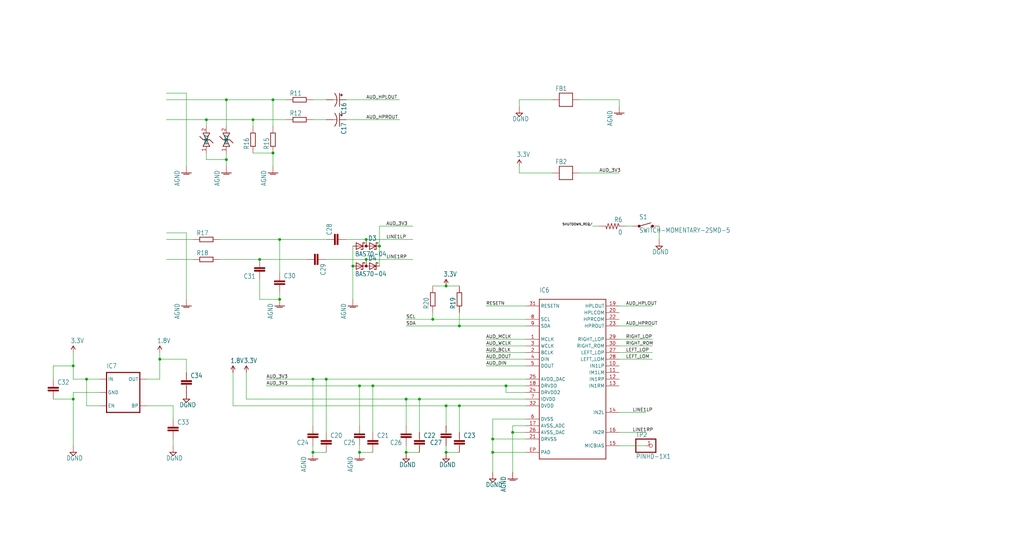
<source format=kicad_sch>
(kicad_sch (version 20211123) (generator eeschema)
  (paper "User" 390.652 210.007)
  (lib_symbols
    (symbol "bela_cape-eagle-import:1.8V" (power)
      (property "Value" "1.8V" (at -1.016 3.556 0))
      (symbol "1.8V_1_0"
        (polyline (pts (xy 0 2.54) (xy -0.762 1.27)) (stroke (width 0.254)))
        (polyline (pts (xy 0.762 1.27) (xy 0 2.54)) (stroke (width 0.254)))
        (pin power_in line (at 0 0 90) (length 2.54) (name "1.8V") (number "1"))
      )
    )
    (symbol "bela_cape-eagle-import:3.3V" (power)
      (property "Value" "3.3V" (at -1.016 3.556 0))
      (symbol "3.3V_1_0"
        (polyline (pts (xy 0 2.54) (xy -0.762 1.27)) (stroke (width 0.254)))
        (polyline (pts (xy 0.762 1.27) (xy 0 2.54)) (stroke (width 0.254)))
        (pin power_in line (at 0 0 90) (length 2.54) (name "3.3V") (number "1"))
      )
    )
    (symbol "bela_cape-eagle-import:AGND" (power)
      (property "Value" "AGND" (at -2.54 -5.08 90))
      (symbol "AGND_1_0"
        (polyline (pts (xy -1.905 0) (xy 1.905 0)) (stroke (width 0.254)))
        (polyline (pts (xy -1.0922 -0.508) (xy 1.0922 -0.508)) (stroke (width 0.254)))
        (pin power_in line (at 0 2.54 270) (length 2.54) (name "AGND") (number "1"))
      )
    )
    (symbol "bela_cape-eagle-import:BAS70-04"
      (property "Reference" "D" (at 0.762 2.0066 0))
      (property "Value" "BAS70-04" (at -4.318 -3.9624 0))
      (symbol "BAS70-04_1_0"
        (polyline (pts (xy -3.81 -1.27) (xy -1.27 0)) (stroke (width 0.254)))
        (polyline (pts (xy -3.81 1.27) (xy -3.81 -1.27)) (stroke (width 0.254)))
        (polyline (pts (xy -2.54 0) (xy -1.27 0)) (stroke (width 0.1524)))
        (polyline (pts (xy -1.905 -1.016) (xy -1.905 -1.27)) (stroke (width 0.254)))
        (polyline (pts (xy -1.27 -1.27) (xy -1.905 -1.27)) (stroke (width 0.254)))
        (polyline (pts (xy -1.27 0) (xy -3.81 1.27)) (stroke (width 0.254)))
        (polyline (pts (xy -1.27 0) (xy -1.27 -1.27)) (stroke (width 0.254)))
        (polyline (pts (xy -1.27 0) (xy 3.81 0)) (stroke (width 0.1524)))
        (polyline (pts (xy -1.27 1.27) (xy -1.27 0)) (stroke (width 0.254)))
        (polyline (pts (xy -0.635 1.016) (xy -0.635 1.27)) (stroke (width 0.254)))
        (polyline (pts (xy -0.635 1.27) (xy -1.27 1.27)) (stroke (width 0.254)))
        (polyline (pts (xy 1.27 -1.27) (xy 1.27 1.27)) (stroke (width 0.254)))
        (polyline (pts (xy 1.27 1.27) (xy 3.81 0)) (stroke (width 0.254)))
        (polyline (pts (xy 2.54 0) (xy 3.81 0)) (stroke (width 0.1524)))
        (polyline (pts (xy 3.175 -1.27) (xy 3.81 -1.27)) (stroke (width 0.254)))
        (polyline (pts (xy 3.175 -1.016) (xy 3.175 -1.27)) (stroke (width 0.254)))
        (polyline (pts (xy 3.81 -1.27) (xy 3.81 0)) (stroke (width 0.254)))
        (polyline (pts (xy 3.81 0) (xy 1.27 -1.27)) (stroke (width 0.254)))
        (polyline (pts (xy 3.81 0) (xy 3.81 1.27)) (stroke (width 0.254)))
        (polyline (pts (xy 3.81 1.27) (xy 4.445 1.27)) (stroke (width 0.254)))
        (polyline (pts (xy 4.445 1.016) (xy 4.445 1.27)) (stroke (width 0.254)))
        (circle (center 0 0) (radius 0.127) (stroke (width 0.4064)))
        (pin passive line (at -5.08 0 0) (length 2.54) (name "A1") (number "1"))
        (pin passive line (at 5.08 0 180) (length 2.54) (name "C2") (number "2"))
        (pin passive line (at 0 2.54 270) (length 2.54) (name "C1A2") (number "3"))
      )
    )
    (symbol "bela_cape-eagle-import:C-EUC0603"
      (property "Reference" "C" (at 1.524 0.381 0))
      (property "Value" "C-EUC0603" (at 1.524 -4.699 0))
      (symbol "C-EUC0603_1_0"
        (rectangle (start -2.032 -2.032) (end 2.032 -1.524) (fill (type outline)))
        (rectangle (start -2.032 -1.016) (end 2.032 -0.508) (fill (type outline)))
        (polyline (pts (xy 0 -2.54) (xy 0 -2.032)) (stroke (width 0.1524)))
        (polyline (pts (xy 0 0) (xy 0 -0.508)) (stroke (width 0.1524)))
        (pin passive line (at 0 2.54 270) (length 2.54) (name "1") (number "1"))
        (pin passive line (at 0 -5.08 90) (length 2.54) (name "2") (number "2"))
      )
    )
    (symbol "bela_cape-eagle-import:CAP0603-CAP"
      (property "Reference" "C" (at 1.524 2.921 0))
      (property "Value" "CAP0603-CAP" (at 1.524 -2.159 0))
      (symbol "CAP0603-CAP_1_0"
        (rectangle (start -2.032 0.508) (end 2.032 1.016) (fill (type outline)))
        (rectangle (start -2.032 1.524) (end 2.032 2.032) (fill (type outline)))
        (polyline (pts (xy 0 0) (xy 0 0.508)) (stroke (width 0.1524)))
        (polyline (pts (xy 0 2.54) (xy 0 2.032)) (stroke (width 0.1524)))
        (pin passive line (at 0 5.08 270) (length 2.54) (name "1") (number "1"))
        (pin passive line (at 0 -2.54 90) (length 2.54) (name "2") (number "2"))
      )
    )
    (symbol "bela_cape-eagle-import:CAP_POL1206"
      (property "Reference" "C" (at 1.016 0.635 0))
      (property "Value" "CAP_POL1206" (at 1.016 -4.191 0))
      (symbol "CAP_POL1206_1_0"
        (rectangle (start -2.253 0.668) (end -1.364 0.795) (fill (type outline)))
        (rectangle (start -1.872 0.287) (end -1.745 1.176) (fill (type outline)))
        (arc (start 0 -1.0161) (mid -1.3021 -1.2302) (end -2.4669 -1.8504) (stroke (width 0.254)))
        (polyline (pts (xy -2.54 0) (xy 2.54 0)) (stroke (width 0.254)))
        (polyline (pts (xy 0 -1.016) (xy 0 -2.54)) (stroke (width 0.1524)))
        (arc (start 2.4892 -1.8542) (mid 1.3158 -1.2195) (end 0 -1) (stroke (width 0.254)))
        (pin passive line (at 0 2.54 270) (length 2.54) (name "+") (number "A"))
        (pin passive line (at 0 -5.08 90) (length 2.54) (name "-") (number "C"))
      )
    )
    (symbol "bela_cape-eagle-import:DGND" (power)
      (property "Value" "DGND" (at -2.667 -3.175 0))
      (symbol "DGND_1_0"
        (polyline (pts (xy -1.27 0) (xy 1.27 0)) (stroke (width 0.254)))
        (polyline (pts (xy 0 -1.27) (xy -1.27 0)) (stroke (width 0.254)))
        (polyline (pts (xy 1.27 0) (xy 0 -1.27)) (stroke (width 0.254)))
        (pin power_in line (at 0 2.54 270) (length 2.54) (name "DGND") (number "1"))
      )
    )
    (symbol "bela_cape-eagle-import:FB"
      (property "Value" "FB" (at -4.572 -5.08 0))
      (symbol "FB_1_0"
        (polyline (pts (xy -2.54 -2.54) (xy 2.54 -2.54)) (stroke (width 0.254)))
        (polyline (pts (xy -2.54 2.54) (xy -2.54 -2.54)) (stroke (width 0.254)))
        (polyline (pts (xy 2.54 -2.54) (xy 2.54 2.54)) (stroke (width 0.254)))
        (polyline (pts (xy 2.54 2.54) (xy -2.54 2.54)) (stroke (width 0.254)))
        (pin bidirectional line (at 5.08 0 180) (length 2.54) (name "P$1") (number "1"))
        (pin bidirectional line (at -5.08 0 0) (length 2.54) (name "P$2") (number "2"))
      )
    )
    (symbol "bela_cape-eagle-import:PGB0010603MR"
      (symbol "PGB0010603MR_1_0"
        (polyline (pts (xy -2.54 -1.27) (xy -2.54 1.27)) (stroke (width 0.254)))
        (polyline (pts (xy -2.54 1.27) (xy 2.54 -1.27)) (stroke (width 0.254)))
        (polyline (pts (xy 0 -1.27) (xy -1.27 -2.54)) (stroke (width 0.254)))
        (polyline (pts (xy 0 1.27) (xy 0 -1.27)) (stroke (width 0.254)))
        (polyline (pts (xy 1.27 2.54) (xy 0 1.27)) (stroke (width 0.254)))
        (polyline (pts (xy 2.54 -1.27) (xy 2.54 1.27)) (stroke (width 0.254)))
        (polyline (pts (xy 2.54 1.27) (xy -2.54 -1.27)) (stroke (width 0.254)))
        (pin bidirectional line (at -5.08 0 0) (length 2.54) (name "P$1") (number "1"))
        (pin bidirectional line (at 5.08 0 180) (length 2.54) (name "P$2") (number "2"))
      )
    )
    (symbol "bela_cape-eagle-import:PINHD-1X1"
      (property "Reference" "JP" (at -6.35 3.175 0))
      (property "Value" "PINHD-1X1" (at -6.35 -5.08 0))
      (symbol "PINHD-1X1_1_0"
        (polyline (pts (xy -6.35 -2.54) (xy 1.27 -2.54)) (stroke (width 0.4064)))
        (polyline (pts (xy -6.35 2.54) (xy -6.35 -2.54)) (stroke (width 0.4064)))
        (polyline (pts (xy 1.27 -2.54) (xy 1.27 2.54)) (stroke (width 0.4064)))
        (polyline (pts (xy 1.27 2.54) (xy -6.35 2.54)) (stroke (width 0.4064)))
        (pin passive inverted (at -2.54 0 0) (length 2.54) (name "1") (number "1"))
      )
    )
    (symbol "bela_cape-eagle-import:R-EU_R0603"
      (property "Reference" "R" (at -3.81 1.4986 0))
      (property "Value" "R-EU_R0603" (at -3.81 -3.302 0))
      (symbol "R-EU_R0603_1_0"
        (polyline (pts (xy -2.54 -0.889) (xy -2.54 0.889)) (stroke (width 0.254)))
        (polyline (pts (xy -2.54 -0.889) (xy 2.54 -0.889)) (stroke (width 0.254)))
        (polyline (pts (xy 2.54 -0.889) (xy 2.54 0.889)) (stroke (width 0.254)))
        (polyline (pts (xy 2.54 0.889) (xy -2.54 0.889)) (stroke (width 0.254)))
        (pin passive line (at -5.08 0 0) (length 2.54) (name "1") (number "1"))
        (pin passive line (at 5.08 0 180) (length 2.54) (name "2") (number "2"))
      )
    )
    (symbol "bela_cape-eagle-import:R-US_R0603"
      (property "Reference" "R" (at -3.81 1.4986 0))
      (property "Value" "R-US_R0603" (at -3.81 -3.302 0))
      (symbol "R-US_R0603_1_0"
        (polyline (pts (xy -2.54 0) (xy -2.159 1.016)) (stroke (width 0.2032)))
        (polyline (pts (xy -2.159 1.016) (xy -1.524 -1.016)) (stroke (width 0.2032)))
        (polyline (pts (xy -1.524 -1.016) (xy -0.889 1.016)) (stroke (width 0.2032)))
        (polyline (pts (xy -0.889 1.016) (xy -0.254 -1.016)) (stroke (width 0.2032)))
        (polyline (pts (xy -0.254 -1.016) (xy 0.381 1.016)) (stroke (width 0.2032)))
        (polyline (pts (xy 0.381 1.016) (xy 1.016 -1.016)) (stroke (width 0.2032)))
        (polyline (pts (xy 1.016 -1.016) (xy 1.651 1.016)) (stroke (width 0.2032)))
        (polyline (pts (xy 1.651 1.016) (xy 2.286 -1.016)) (stroke (width 0.2032)))
        (polyline (pts (xy 2.286 -1.016) (xy 2.54 0)) (stroke (width 0.2032)))
        (pin passive line (at -5.08 0 0) (length 2.54) (name "1") (number "1"))
        (pin passive line (at 5.08 0 180) (length 2.54) (name "2") (number "2"))
      )
    )
    (symbol "bela_cape-eagle-import:SWITCH-MOMENTARY-2SMD-5"
      (property "Reference" "S" (at -2.54 2.54 0))
      (property "Value" "SWITCH-MOMENTARY-2SMD-5" (at -2.54 -2.54 0))
      (symbol "SWITCH-MOMENTARY-2SMD-5_1_0"
        (circle (center -2.54 0) (radius 0.127) (stroke (width 0.4064)))
        (polyline (pts (xy -2.54 0) (xy 1.905 1.27)) (stroke (width 0.254)))
        (polyline (pts (xy 1.905 0) (xy 2.54 0)) (stroke (width 0.254)))
        (circle (center 2.54 0) (radius 0.127) (stroke (width 0.4064)))
        (pin passive line (at -5.08 0 0) (length 2.54) (name "1") (number "1"))
        (pin passive line (at 5.08 0 180) (length 2.54) (name "2") (number "4"))
      )
    )
    (symbol "bela_cape-eagle-import:TLV320AIC3104"
      (property "Value" "TLV320AIC3104" (at -12.7 -33.02 0))
      (symbol "TLV320AIC3104_1_0"
        (polyline (pts (xy -12.7 -30.48) (xy 12.7 -30.48)) (stroke (width 0.254)))
        (polyline (pts (xy -12.7 30.48) (xy -12.7 -30.48)) (stroke (width 0.254)))
        (polyline (pts (xy 12.7 -30.48) (xy 12.7 30.48)) (stroke (width 0.254)))
        (polyline (pts (xy 12.7 30.48) (xy -12.7 30.48)) (stroke (width 0.254)))
        (pin bidirectional line (at -17.78 15.24 0) (length 5.08) (name "MCLK") (number "1"))
        (pin bidirectional line (at 17.78 5.08 180) (length 5.08) (name "IN1LP") (number "10"))
        (pin bidirectional line (at 17.78 2.54 180) (length 5.08) (name "IM1LM") (number "11"))
        (pin bidirectional line (at 17.78 0 180) (length 5.08) (name "IN1RP") (number "12"))
        (pin bidirectional line (at 17.78 -2.54 180) (length 5.08) (name "IN1RM") (number "13"))
        (pin bidirectional line (at 17.78 -12.7 180) (length 5.08) (name "IN2L") (number "14"))
        (pin bidirectional line (at 17.78 -25.4 180) (length 5.08) (name "MICBIAS") (number "15"))
        (pin bidirectional line (at 17.78 -20.32 180) (length 5.08) (name "IN2R") (number "16"))
        (pin bidirectional line (at -17.78 -17.78 0) (length 5.08) (name "AVSS_ADC") (number "17"))
        (pin bidirectional line (at -17.78 -2.54 0) (length 5.08) (name "DRVDD") (number "18"))
        (pin bidirectional line (at 17.78 27.94 180) (length 5.08) (name "HPLOUT") (number "19"))
        (pin bidirectional line (at -17.78 10.16 0) (length 5.08) (name "BCLK") (number "2"))
        (pin bidirectional line (at 17.78 25.4 180) (length 5.08) (name "HPLCOM") (number "20"))
        (pin bidirectional line (at -17.78 -22.86 0) (length 5.08) (name "DRVSS") (number "21"))
        (pin bidirectional line (at 17.78 22.86 180) (length 5.08) (name "HPRCOM") (number "22"))
        (pin bidirectional line (at 17.78 20.32 180) (length 5.08) (name "HPROUT") (number "23"))
        (pin bidirectional line (at -17.78 -5.08 0) (length 5.08) (name "DRVDD2") (number "24"))
        (pin bidirectional line (at -17.78 0 0) (length 5.08) (name "AVDD_DAC") (number "25"))
        (pin bidirectional line (at -17.78 -20.32 0) (length 5.08) (name "AVSS_DAC") (number "26"))
        (pin bidirectional line (at 17.78 10.16 180) (length 5.08) (name "LEFT_LOP") (number "27"))
        (pin bidirectional line (at 17.78 7.62 180) (length 5.08) (name "LEFT_LOM") (number "28"))
        (pin bidirectional line (at 17.78 15.24 180) (length 5.08) (name "RIGHT_LOP") (number "29"))
        (pin bidirectional line (at -17.78 12.7 0) (length 5.08) (name "WCLK") (number "3"))
        (pin bidirectional line (at 17.78 12.7 180) (length 5.08) (name "RIGHT_ROM") (number "30"))
        (pin bidirectional line (at -17.78 27.94 0) (length 5.08) (name "RESETN") (number "31"))
        (pin bidirectional line (at -17.78 -10.16 0) (length 5.08) (name "DVDD") (number "32"))
        (pin bidirectional line (at -17.78 7.62 0) (length 5.08) (name "DIN") (number "4"))
        (pin bidirectional line (at -17.78 5.08 0) (length 5.08) (name "DOUT") (number "5"))
        (pin bidirectional line (at -17.78 -15.24 0) (length 5.08) (name "DVSS") (number "6"))
        (pin bidirectional line (at -17.78 -7.62 0) (length 5.08) (name "IOVDD") (number "7"))
        (pin bidirectional line (at -17.78 22.86 0) (length 5.08) (name "SCL") (number "8"))
        (pin bidirectional line (at -17.78 20.32 0) (length 5.08) (name "SDA") (number "9"))
        (pin bidirectional line (at -17.78 -27.94 0) (length 5.08) (name "PAD") (number "EP"))
      )
    )
    (symbol "bela_cape-eagle-import:V_REG_LDOSMD"
      (property "Reference" "U" (at -7.62 9.144 0))
      (property "Value" "V_REG_LDOSMD" (at -7.62 -11.43 0))
      (symbol "V_REG_LDOSMD_1_0"
        (polyline (pts (xy -7.62 -7.62) (xy 5.08 -7.62)) (stroke (width 0.4064)))
        (polyline (pts (xy -7.62 7.62) (xy -7.62 -7.62)) (stroke (width 0.4064)))
        (polyline (pts (xy 5.08 -7.62) (xy 5.08 7.62)) (stroke (width 0.4064)))
        (polyline (pts (xy 5.08 7.62) (xy -7.62 7.62)) (stroke (width 0.4064)))
        (pin input line (at -10.16 5.08 0) (length 2.54) (name "IN") (number "1"))
        (pin input line (at -10.16 0 0) (length 2.54) (name "GND") (number "2"))
        (pin input line (at -10.16 -5.08 0) (length 2.54) (name "EN") (number "3"))
        (pin input line (at 7.62 -5.08 180) (length 2.54) (name "BP") (number "4"))
        (pin passive line (at 7.62 5.08 180) (length 2.54) (name "OUT") (number "5"))
      )
    )
  )
  (junction (at 175.26 154.94))
  (junction (at 124.46 144.78))
  (junction (at 137.16 147.32))
  (junction (at 99.06 99.06))
  (junction (at 106.68 91.44))
  (junction (at 134.62 101.6))
  (junction (at 154.94 172.72))
  (junction (at 195.58 165.1))
  (junction (at 106.68 114.3))
  (junction (at 86.36 38.1))
  (junction (at 27.94 139.7))
  (junction (at 119.38 144.78))
  (junction (at 60.96 137.16))
  (junction (at 142.24 147.32))
  (junction (at 175.26 124.46))
  (junction (at 170.18 172.72))
  (junction (at 139.7 91.44))
  (junction (at 165.1 121.92))
  (junction (at 104.14 58.42))
  (junction (at 139.7 99.06))
  (junction (at 27.94 152.4))
  (junction (at 170.18 154.94))
  (junction (at 119.38 172.72))
  (junction (at 160.02 152.4))
  (junction (at 193.04 147.32))
  (junction (at 33.02 144.78))
  (junction (at 78.74 45.72))
  (junction (at 144.78 93.98))
  (junction (at 137.16 172.72))
  (junction (at 154.94 152.4))
  (junction (at 104.14 38.1))
  (junction (at 187.96 172.72))
  (junction (at 86.36 60.96))
  (junction (at 170.18 109.22))
  (junction (at 96.52 45.72))
  (junction (at 187.96 167.64))
  (wire (pts (xy 160.02 152.4) (xy 160.02 165.1)))
  (wire (pts (xy 193.04 147.32) (xy 142.24 147.32)))
  (wire (pts (xy 38.1 149.86) (xy 27.94 149.86)))
  (wire (pts (xy 20.32 152.4) (xy 27.94 152.4)))
  (wire (pts (xy 200.66 129.54) (xy 185.42 129.54)))
  (wire (pts (xy 175.26 154.94) (xy 170.18 154.94)))
  (wire (pts (xy 198.12 63.5) (xy 198.12 66.04)))
  (wire (pts (xy 137.16 147.32) (xy 101.6 147.32)))
  (wire (pts (xy 200.66 172.72) (xy 187.96 172.72)))
  (wire (pts (xy 236.22 116.84) (xy 248.92 116.84)))
  (wire (pts (xy 63.5 38.1) (xy 86.36 38.1)))
  (wire (pts (xy 193.04 149.86) (xy 193.04 147.32)))
  (wire (pts (xy 175.26 124.46) (xy 154.94 124.46)))
  (wire (pts (xy 198.12 40.64) (xy 198.12 38.1)))
  (wire (pts (xy 200.66 139.7) (xy 185.42 139.7)))
  (wire (pts (xy 187.96 167.64) (xy 187.96 172.72)))
  (wire (pts (xy 154.94 172.72) (xy 160.02 172.72)))
  (wire (pts (xy 236.22 137.16) (xy 248.92 137.16)))
  (wire (pts (xy 119.38 38.1) (xy 124.46 38.1)))
  (wire (pts (xy 33.02 154.94) (xy 33.02 144.78)))
  (wire (pts (xy 66.04 167.64) (xy 66.04 170.18)))
  (wire (pts (xy 187.96 167.64) (xy 200.66 167.64)))
  (wire (pts (xy 200.66 165.1) (xy 195.58 165.1)))
  (wire (pts (xy 170.18 109.22) (xy 175.26 109.22)))
  (wire (pts (xy 104.14 38.1) (xy 109.22 38.1)))
  (wire (pts (xy 134.62 93.98) (xy 134.62 101.6)))
  (wire (pts (xy 220.98 66.04) (xy 236.22 66.04)))
  (wire (pts (xy 99.06 114.3) (xy 106.68 114.3)))
  (wire (pts (xy 86.36 48.26) (xy 86.36 38.1)))
  (wire (pts (xy 236.22 134.62) (xy 248.92 134.62)))
  (wire (pts (xy 106.68 104.14) (xy 106.68 91.44)))
  (wire (pts (xy 139.7 91.44) (xy 157.48 91.44)))
  (wire (pts (xy 27.94 139.7) (xy 27.94 144.78)))
  (wire (pts (xy 200.66 162.56) (xy 195.58 162.56)))
  (wire (pts (xy 106.68 91.44) (xy 124.46 91.44)))
  (wire (pts (xy 132.08 91.44) (xy 139.7 91.44)))
  (wire (pts (xy 66.04 154.94) (xy 66.04 160.02)))
  (wire (pts (xy 220.98 38.1) (xy 236.22 38.1)))
  (wire (pts (xy 86.36 60.96) (xy 86.36 63.5)))
  (wire (pts (xy 119.38 162.56) (xy 119.38 144.78)))
  (wire (pts (xy 63.5 88.9) (xy 71.12 88.9)))
  (wire (pts (xy 86.36 60.96) (xy 86.36 58.42)))
  (wire (pts (xy 88.9 154.94) (xy 88.9 142.24)))
  (wire (pts (xy 154.94 162.56) (xy 154.94 152.4)))
  (wire (pts (xy 198.12 66.04) (xy 210.82 66.04)))
  (wire (pts (xy 144.78 101.6) (xy 144.78 93.98)))
  (wire (pts (xy 154.94 152.4) (xy 93.98 152.4)))
  (wire (pts (xy 78.74 48.26) (xy 78.74 45.72)))
  (wire (pts (xy 27.94 144.78) (xy 33.02 144.78)))
  (wire (pts (xy 236.22 132.08) (xy 248.92 132.08)))
  (wire (pts (xy 93.98 142.24) (xy 93.98 152.4)))
  (wire (pts (xy 99.06 99.06) (xy 116.84 99.06)))
  (wire (pts (xy 137.16 162.56) (xy 137.16 147.32)))
  (wire (pts (xy 20.32 144.78) (xy 20.32 139.7)))
  (wire (pts (xy 99.06 106.68) (xy 99.06 114.3)))
  (wire (pts (xy 63.5 45.72) (xy 78.74 45.72)))
  (wire (pts (xy 55.88 154.94) (xy 66.04 154.94)))
  (wire (pts (xy 200.66 160.02) (xy 187.96 160.02)))
  (wire (pts (xy 96.52 45.72) (xy 96.52 48.26)))
  (wire (pts (xy 200.66 152.4) (xy 160.02 152.4)))
  (wire (pts (xy 124.46 144.78) (xy 124.46 165.1)))
  (wire (pts (xy 200.66 116.84) (xy 185.42 116.84)))
  (wire (pts (xy 119.38 170.18) (xy 119.38 172.72)))
  (wire (pts (xy 170.18 172.72) (xy 175.26 172.72)))
  (wire (pts (xy 187.96 160.02) (xy 187.96 167.64)))
  (wire (pts (xy 170.18 154.94) (xy 88.9 154.94)))
  (wire (pts (xy 170.18 162.56) (xy 170.18 154.94)))
  (wire (pts (xy 236.22 129.54) (xy 248.92 129.54)))
  (wire (pts (xy 78.74 45.72) (xy 96.52 45.72)))
  (wire (pts (xy 119.38 144.78) (xy 101.6 144.78)))
  (wire (pts (xy 86.36 38.1) (xy 104.14 38.1)))
  (wire (pts (xy 144.78 86.36) (xy 157.48 86.36)))
  (wire (pts (xy 20.32 139.7) (xy 27.94 139.7)))
  (wire (pts (xy 236.22 124.46) (xy 248.92 124.46)))
  (wire (pts (xy 236.22 157.48) (xy 246.38 157.48)))
  (wire (pts (xy 154.94 170.18) (xy 154.94 172.72)))
  (wire (pts (xy 78.74 58.42) (xy 78.74 60.96)))
  (wire (pts (xy 144.78 93.98) (xy 144.78 86.36)))
  (wire (pts (xy 132.08 38.1) (xy 152.4 38.1)))
  (wire (pts (xy 119.38 172.72) (xy 124.46 172.72)))
  (wire (pts (xy 71.12 35.56) (xy 71.12 63.5)))
  (wire (pts (xy 55.88 144.78) (xy 60.96 144.78)))
  (wire (pts (xy 38.1 154.94) (xy 33.02 154.94)))
  (wire (pts (xy 27.94 149.86) (xy 27.94 152.4)))
  (wire (pts (xy 195.58 162.56) (xy 195.58 165.1)))
  (wire (pts (xy 83.82 91.44) (xy 106.68 91.44)))
  (wire (pts (xy 200.66 149.86) (xy 193.04 149.86)))
  (wire (pts (xy 60.96 144.78) (xy 60.96 137.16)))
  (wire (pts (xy 200.66 154.94) (xy 175.26 154.94)))
  (wire (pts (xy 134.62 101.6) (xy 134.62 114.3)))
  (wire (pts (xy 124.46 144.78) (xy 119.38 144.78)))
  (wire (pts (xy 142.24 147.32) (xy 137.16 147.32)))
  (wire (pts (xy 104.14 38.1) (xy 104.14 48.26)))
  (wire (pts (xy 200.66 132.08) (xy 185.42 132.08)))
  (wire (pts (xy 175.26 119.38) (xy 175.26 124.46)))
  (wire (pts (xy 137.16 172.72) (xy 142.24 172.72)))
  (wire (pts (xy 195.58 165.1) (xy 195.58 180.34)))
  (wire (pts (xy 226.06 86.36) (xy 228.6 86.36)))
  (wire (pts (xy 160.02 152.4) (xy 154.94 152.4)))
  (wire (pts (xy 165.1 119.38) (xy 165.1 121.92)))
  (wire (pts (xy 83.82 99.06) (xy 99.06 99.06)))
  (wire (pts (xy 104.14 58.42) (xy 104.14 63.5)))
  (wire (pts (xy 236.22 165.1) (xy 246.38 165.1)))
  (wire (pts (xy 73.66 91.44) (xy 63.5 91.44)))
  (wire (pts (xy 200.66 124.46) (xy 175.26 124.46)))
  (wire (pts (xy 198.12 38.1) (xy 210.82 38.1)))
  (wire (pts (xy 71.12 137.16) (xy 60.96 137.16)))
  (wire (pts (xy 200.66 137.16) (xy 185.42 137.16)))
  (wire (pts (xy 200.66 144.78) (xy 124.46 144.78)))
  (wire (pts (xy 187.96 172.72) (xy 187.96 180.34)))
  (wire (pts (xy 236.22 170.18) (xy 246.38 170.18)))
  (wire (pts (xy 236.22 38.1) (xy 236.22 40.64)))
  (wire (pts (xy 71.12 142.24) (xy 71.12 137.16)))
  (wire (pts (xy 165.1 121.92) (xy 154.94 121.92)))
  (wire (pts (xy 175.26 154.94) (xy 175.26 165.1)))
  (wire (pts (xy 124.46 99.06) (xy 139.7 99.06)))
  (wire (pts (xy 139.7 99.06) (xy 157.48 99.06)))
  (wire (pts (xy 96.52 58.42) (xy 104.14 58.42)))
  (wire (pts (xy 27.94 152.4) (xy 27.94 170.18)))
  (wire (pts (xy 60.96 137.16) (xy 60.96 134.62)))
  (wire (pts (xy 251.46 86.36) (xy 251.46 91.44)))
  (wire (pts (xy 142.24 147.32) (xy 142.24 165.1)))
  (wire (pts (xy 137.16 170.18) (xy 137.16 172.72)))
  (wire (pts (xy 165.1 109.22) (xy 170.18 109.22)))
  (wire (pts (xy 170.18 170.18) (xy 170.18 172.72)))
  (wire (pts (xy 119.38 45.72) (xy 124.46 45.72)))
  (wire (pts (xy 200.66 121.92) (xy 165.1 121.92)))
  (wire (pts (xy 27.94 134.62) (xy 27.94 139.7)))
  (wire (pts (xy 106.68 114.3) (xy 106.68 111.76)))
  (wire (pts (xy 200.66 147.32) (xy 193.04 147.32)))
  (wire (pts (xy 78.74 60.96) (xy 86.36 60.96)))
  (wire (pts (xy 200.66 134.62) (xy 185.42 134.62)))
  (wire (pts (xy 238.76 86.36) (xy 241.3 86.36)))
  (wire (pts (xy 132.08 45.72) (xy 152.4 45.72)))
  (wire (pts (xy 73.66 99.06) (xy 63.5 99.06)))
  (wire (pts (xy 71.12 88.9) (xy 71.12 114.3)))
  (wire (pts (xy 33.02 144.78) (xy 38.1 144.78)))
  (wire (pts (xy 71.12 35.56) (xy 63.5 35.56)))
  (wire (pts (xy 96.52 45.72) (xy 109.22 45.72)))
  (label "AUD_HPLOUT" (at 238.76 116.84 0) (effects (font (size 1.2446 1.2446))))
  (label "AUD_HPROUT" (at 238.76 124.46 0) (effects (font (size 1.2446 1.2446))))
  (label "LEFT_LOM" (at 238.76 137.16 0) (effects (font (size 1.2446 1.2446))))
  (label "AUD_HPROUT" (at 139.7 45.72 0) (effects (font (size 1.2446 1.2446))))
  (label "AUD_WCLK" (at 185.42 132.08 0) (effects (font (size 1.2446 1.2446))))
  (label "AUD_BCLK" (at 185.42 134.62 0) (effects (font (size 1.2446 1.2446))))
  (label "AUD_DIN" (at 185.42 139.7 0) (effects (font (size 1.2446 1.2446))))
  (label "LINE1LP" (at 241.3 157.48 0) (effects (font (size 1.2446 1.2446))))
  (label "LINE1LP" (at 147.32 91.44 0) (effects (font (size 1.2446 1.2446))))
  (label "SDA" (at 154.94 124.46 0) (effects (font (size 1.2446 1.2446))))
  (label "LINE1RP" (at 241.3 165.1 0) (effects (font (size 1.2446 1.2446))))
  (label "AUD_3V3" (at 101.6 144.78 0) (effects (font (size 1.2446 1.2446))))
  (label "SHUTDOWN_REQ/" (at 226.06 86.36 180) (effects (font (size 0.889 0.889))))
  (label "AUD_HPLOUT" (at 139.7 38.1 0) (effects (font (size 1.2446 1.2446))))
  (label "RIGHT_ROM" (at 238.76 132.08 0) (effects (font (size 1.2446 1.2446))))
  (label "AUD_3V3" (at 101.6 147.32 0) (effects (font (size 1.2446 1.2446))))
  (label "AUD_MCLK" (at 185.42 129.54 0) (effects (font (size 1.2446 1.2446))))
  (label "SCL" (at 154.94 121.92 0) (effects (font (size 1.2446 1.2446))))
  (label "AUD_3V3" (at 147.32 86.36 0) (effects (font (size 1.2446 1.2446))))
  (label "AUD_3V3" (at 228.6 66.04 0) (effects (font (size 1.2446 1.2446))))
  (label "LINE1RP" (at 147.32 99.06 0) (effects (font (size 1.2446 1.2446))))
  (label "RIGHT_LOP" (at 238.76 129.54 0) (effects (font (size 1.2446 1.2446))))
  (label "LEFT_LOP" (at 238.76 134.62 0) (effects (font (size 1.2446 1.2446))))
  (label "RESETN" (at 185.42 116.84 0) (effects (font (size 1.2446 1.2446))))
  (label "AUD_DOUT" (at 185.42 137.16 0) (effects (font (size 1.2446 1.2446))))
  (symbol (lib_id "bela_cape-eagle-import:R-EU_R0603") (at 78.74 91.44 0) (unit 1)
    (property "Reference" "R17" (at 74.93 89.9414 0) (effects (font (size 1.778 1.5113)) (justify left bottom)))
    (property "Value" "220" (at 74.93 94.742 0) (effects (font (size 1.778 1.5113)) (justify left bottom)))
    (property "Footprint" "bela_cape:R0603" (effects hide))
  )
  (symbol (lib_id "bela_cape-eagle-import:C-EUC0603") (at 127 91.44 90) (unit 1)
    (property "Reference" "C28" (at 126.619 89.916 0) (effects (font (size 1.778 1.5113)) (justify left bottom)))
    (property "Value" "1uF" (at 131.699 89.916 0) (effects (font (size 1.778 1.5113)) (justify left bottom)))
    (property "Footprint" "bela_cape:C0603" (effects hide))
  )
  (symbol (lib_id "bela_cape-eagle-import:AGND") (at 104.14 66.04 0) (unit 1)
    (property "Reference" "#AGND01" (effects hide))
    (property "Value" "AGND" (at 101.6 71.12 90) (effects (font (size 1.778 1.5113)) (justify left bottom)))
    (property "Footprint" "bela_cape:" (effects hide))
  )
  (symbol (lib_id "bela_cape-eagle-import:AGND") (at 137.16 175.26 0) (unit 1)
    (property "Reference" "#AGND03" (effects hide))
    (property "Value" "AGND" (at 134.62 180.34 90) (effects (font (size 1.778 1.5113)) (justify left bottom)))
    (property "Footprint" "bela_cape:" (effects hide))
  )
  (symbol (lib_id "bela_cape-eagle-import:CAP_POL1206") (at 129.54 45.72 270) (unit 1)
    (property "Reference" "C17" (at 130.175 46.736 0) (effects (font (size 1.778 1.5113)) (justify left bottom)))
    (property "Value" "47uf" (at 125.349 46.736 0) (effects (font (size 1.778 1.5113)) (justify left bottom)))
    (property "Footprint" "bela_cape:EIA3216" (effects hide))
  )
  (symbol (lib_id "bela_cape-eagle-import:CAP0603-CAP") (at 137.16 165.1 180) (unit 1)
    (property "Reference" "C25" (at 135.636 168.021 0) (effects (font (size 1.778 1.5113)) (justify left bottom)))
    (property "Value" "10uf,10V" (at 135.636 162.941 0) (effects (font (size 1.778 1.5113)) (justify left bottom)))
    (property "Footprint" "bela_cape:0603-CAP" (effects hide))
  )
  (symbol (lib_id "bela_cape-eagle-import:R-EU_R0603") (at 96.52 53.34 90) (unit 1)
    (property "Reference" "R16" (at 95.0214 57.15 0) (effects (font (size 1.778 1.5113)) (justify left bottom)))
    (property "Value" "3.3k" (at 99.822 57.15 0) (effects (font (size 1.778 1.5113)) (justify left bottom)))
    (property "Footprint" "bela_cape:R0603" (effects hide))
  )
  (symbol (lib_id "bela_cape-eagle-import:SWITCH-MOMENTARY-2SMD-5") (at 246.38 86.36 0) (unit 1)
    (property "Reference" "S1" (at 243.84 83.82 0) (effects (font (size 1.778 1.5113)) (justify left bottom)))
    (property "Value" "SWITCH-MOMENTARY-2SMD-5" (at 243.84 88.9 0) (effects (font (size 1.778 1.5113)) (justify left bottom)))
    (property "Footprint" "bela_cape:TACTILE_SWITCH_SMD-4" (effects hide))
  )
  (symbol (lib_id "bela_cape-eagle-import:C-EUC0603") (at 142.24 167.64 0) (unit 1)
    (property "Reference" "C21" (at 143.764 167.259 0) (effects (font (size 1.778 1.5113)) (justify left bottom)))
    (property "Value" "0.1uf" (at 143.764 172.339 0) (effects (font (size 1.778 1.5113)) (justify left bottom)))
    (property "Footprint" "bela_cape:C0603" (effects hide))
  )
  (symbol (lib_id "bela_cape-eagle-import:C-EUC0603") (at 175.26 167.64 0) (unit 1)
    (property "Reference" "C23" (at 176.784 167.259 0) (effects (font (size 1.778 1.5113)) (justify left bottom)))
    (property "Value" "0.1uf" (at 176.784 172.339 0) (effects (font (size 1.778 1.5113)) (justify left bottom)))
    (property "Footprint" "bela_cape:C0603" (effects hide))
  )
  (symbol (lib_id "bela_cape-eagle-import:C-EUC0603") (at 160.02 167.64 0) (unit 1)
    (property "Reference" "C22" (at 161.544 167.259 0) (effects (font (size 1.778 1.5113)) (justify left bottom)))
    (property "Value" "0.1uf" (at 161.544 172.339 0) (effects (font (size 1.778 1.5113)) (justify left bottom)))
    (property "Footprint" "bela_cape:C0603" (effects hide))
  )
  (symbol (lib_id "bela_cape-eagle-import:AGND") (at 106.68 116.84 0) (unit 1)
    (property "Reference" "#AGND08" (effects hide))
    (property "Value" "AGND" (at 104.14 121.92 90) (effects (font (size 1.778 1.5113)) (justify left bottom)))
    (property "Footprint" "bela_cape:" (effects hide))
  )
  (symbol (lib_id "bela_cape-eagle-import:DGND") (at 66.04 172.72 0) (unit 1)
    (property "Reference" "#SUPPLY017" (effects hide))
    (property "Value" "DGND" (at 63.373 175.895 0) (effects (font (size 1.778 1.5113)) (justify left bottom)))
    (property "Footprint" "bela_cape:" (effects hide))
  )
  (symbol (lib_id "bela_cape-eagle-import:PGB0010603MR") (at 86.36 53.34 90) (unit 1)
    (property "Reference" "D2" (effects hide))
    (property "Value" "PGB0010603MR" (effects hide))
    (property "Footprint" "bela_cape:0603" (effects hide))
  )
  (symbol (lib_id "bela_cape-eagle-import:AGND") (at 134.62 116.84 0) (unit 1)
    (property "Reference" "#AGND010" (effects hide))
    (property "Value" "AGND" (at 132.08 121.92 90) (effects (font (size 1.778 1.5113)) (justify left bottom)))
    (property "Footprint" "bela_cape:" (effects hide))
  )
  (symbol (lib_id "bela_cape-eagle-import:DGND") (at 198.12 43.18 0) (unit 1)
    (property "Reference" "#SUPPLY08" (effects hide))
    (property "Value" "DGND" (at 195.453 46.355 0) (effects (font (size 1.778 1.5113)) (justify left bottom)))
    (property "Footprint" "bela_cape:" (effects hide))
  )
  (symbol (lib_id "bela_cape-eagle-import:R-EU_R0603") (at 175.26 114.3 90) (unit 1)
    (property "Reference" "R19" (at 173.7614 118.11 0) (effects (font (size 1.778 1.5113)) (justify left bottom)))
    (property "Value" "10k" (at 178.562 118.11 0) (effects (font (size 1.778 1.5113)) (justify left bottom)))
    (property "Footprint" "bela_cape:R0603" (effects hide))
  )
  (symbol (lib_id "bela_cape-eagle-import:DGND") (at 170.18 175.26 0) (unit 1)
    (property "Reference" "#SUPPLY02" (effects hide))
    (property "Value" "DGND" (at 167.513 178.435 0) (effects (font (size 1.778 1.5113)) (justify left bottom)))
    (property "Footprint" "bela_cape:" (effects hide))
  )
  (symbol (lib_id "bela_cape-eagle-import:BAS70-04") (at 139.7 101.6 0) (unit 1)
    (property "Reference" "D4" (at 140.462 99.5934 0) (effects (font (size 1.778 1.5113)) (justify left bottom)))
    (property "Value" "BAS70-04" (at 135.382 105.5624 0) (effects (font (size 1.778 1.5113)) (justify left bottom)))
    (property "Footprint" "bela_cape:SOT23" (effects hide))
  )
  (symbol (lib_id "bela_cape-eagle-import:1.8V") (at 88.9 142.24 0) (unit 1)
    (property "Reference" "#SUPPLY013" (effects hide))
    (property "Value" "1.8V" (at 87.884 138.684 0) (effects (font (size 1.778 1.5113)) (justify left bottom)))
    (property "Footprint" "bela_cape:" (effects hide))
  )
  (symbol (lib_id "bela_cape-eagle-import:R-EU_R0603") (at 114.3 38.1 0) (unit 1)
    (property "Reference" "R11" (at 110.49 36.6014 0) (effects (font (size 1.778 1.5113)) (justify left bottom)))
    (property "Value" "15" (at 110.49 41.402 0) (effects (font (size 1.778 1.5113)) (justify left bottom)))
    (property "Footprint" "bela_cape:R0603" (effects hide))
  )
  (symbol (lib_id "bela_cape-eagle-import:3.3V") (at 198.12 63.5 0) (unit 1)
    (property "Reference" "#SUPPLY010" (effects hide))
    (property "Value" "3.3V" (at 197.104 59.944 0) (effects (font (size 1.778 1.5113)) (justify left bottom)))
    (property "Footprint" "bela_cape:" (effects hide))
  )
  (symbol (lib_id "bela_cape-eagle-import:DGND") (at 251.46 93.98 0) (unit 1)
    (property "Reference" "#SUPPLY020" (effects hide))
    (property "Value" "DGND" (at 248.793 97.155 0) (effects (font (size 1.778 1.5113)) (justify left bottom)))
    (property "Footprint" "bela_cape:" (effects hide))
  )
  (symbol (lib_id "bela_cape-eagle-import:FB") (at 215.9 38.1 0) (unit 1)
    (property "Reference" "FB1" (at 211.836 34.798 0) (effects (font (size 1.778 1.5113)) (justify left bottom)))
    (property "Value" "FB" (at 211.328 43.18 0) (effects (font (size 1.778 1.5113)) (justify left bottom)))
    (property "Footprint" "bela_cape:0603" (effects hide))
  )
  (symbol (lib_id "bela_cape-eagle-import:AGND") (at 71.12 116.84 0) (unit 1)
    (property "Reference" "#AGND07" (effects hide))
    (property "Value" "AGND" (at 68.58 121.92 90) (effects (font (size 1.778 1.5113)) (justify left bottom)))
    (property "Footprint" "bela_cape:" (effects hide))
  )
  (symbol (lib_id "bela_cape-eagle-import:AGND") (at 195.58 182.88 0) (unit 1)
    (property "Reference" "#AGND02" (effects hide))
    (property "Value" "AGND" (at 193.04 187.96 90) (effects (font (size 1.778 1.5113)) (justify left bottom)))
    (property "Footprint" "bela_cape:" (effects hide))
  )
  (symbol (lib_id "bela_cape-eagle-import:FB") (at 215.9 66.04 0) (unit 1)
    (property "Reference" "FB2" (at 211.836 62.738 0) (effects (font (size 1.778 1.5113)) (justify left bottom)))
    (property "Value" "FB" (at 211.328 71.12 0) (effects (font (size 1.778 1.5113)) (justify left bottom)))
    (property "Footprint" "bela_cape:0603" (effects hide))
  )
  (symbol (lib_id "bela_cape-eagle-import:R-EU_R0603") (at 104.14 53.34 90) (unit 1)
    (property "Reference" "R15" (at 102.6414 57.15 0) (effects (font (size 1.778 1.5113)) (justify left bottom)))
    (property "Value" "3.3k" (at 107.442 57.15 0) (effects (font (size 1.778 1.5113)) (justify left bottom)))
    (property "Footprint" "bela_cape:R0603" (effects hide))
  )
  (symbol (lib_id "bela_cape-eagle-import:BAS70-04") (at 139.7 93.98 0) (unit 1)
    (property "Reference" "D3" (at 140.462 91.9734 0) (effects (font (size 1.778 1.5113)) (justify left bottom)))
    (property "Value" "BAS70-04" (at 135.382 97.9424 0) (effects (font (size 1.778 1.5113)) (justify left bottom)))
    (property "Footprint" "bela_cape:SOT23" (effects hide))
  )
  (symbol (lib_id "bela_cape-eagle-import:C-EUC0603") (at 121.92 99.06 270) (unit 1)
    (property "Reference" "C29" (at 122.301 100.584 0) (effects (font (size 1.778 1.5113)) (justify left bottom)))
    (property "Value" "1uF" (at 117.221 100.584 0) (effects (font (size 1.778 1.5113)) (justify left bottom)))
    (property "Footprint" "bela_cape:C0603" (effects hide))
  )
  (symbol (lib_id "bela_cape-eagle-import:PGB0010603MR") (at 78.74 53.34 90) (unit 1)
    (property "Reference" "D1" (effects hide))
    (property "Value" "PGB0010603MR" (effects hide))
    (property "Footprint" "bela_cape:0603" (effects hide))
  )
  (symbol (lib_id "bela_cape-eagle-import:C-EUC0603") (at 66.04 162.56 0) (unit 1)
    (property "Reference" "C33" (at 67.564 162.179 0) (effects (font (size 1.778 1.5113)) (justify left bottom)))
    (property "Value" ".01uf" (at 67.564 167.259 0) (effects (font (size 1.778 1.5113)) (justify left bottom)))
    (property "Footprint" "bela_cape:C0603" (effects hide))
  )
  (symbol (lib_id "bela_cape-eagle-import:AGND") (at 86.36 66.04 0) (unit 1)
    (property "Reference" "#AGND09" (effects hide))
    (property "Value" "AGND" (at 83.82 71.12 90) (effects (font (size 1.778 1.5113)) (justify left bottom)))
    (property "Footprint" "bela_cape:" (effects hide))
  )
  (symbol (lib_id "bela_cape-eagle-import:CAP0603-CAP") (at 154.94 165.1 180) (unit 1)
    (property "Reference" "C26" (at 153.416 168.021 0) (effects (font (size 1.778 1.5113)) (justify left bottom)))
    (property "Value" "10uf,10V" (at 153.416 162.941 0) (effects (font (size 1.778 1.5113)) (justify left bottom)))
    (property "Footprint" "bela_cape:0603-CAP" (effects hide))
  )
  (symbol (lib_id "bela_cape-eagle-import:V_REG_LDOSMD") (at 48.26 149.86 0) (unit 1)
    (property "Reference" "IC7" (at 40.64 140.716 0) (effects (font (size 1.778 1.5113)) (justify left bottom)))
    (property "Value" "V_REG_LDOSMD" (at 40.64 161.29 0) (effects (font (size 1.778 1.5113)) (justify left bottom)))
    (property "Footprint" "bela_cape:SOT23-5" (effects hide))
  )
  (symbol (lib_id "bela_cape-eagle-import:R-EU_R0603") (at 78.74 99.06 0) (unit 1)
    (property "Reference" "R18" (at 74.93 97.5614 0) (effects (font (size 1.778 1.5113)) (justify left bottom)))
    (property "Value" "220" (at 74.93 102.362 0) (effects (font (size 1.778 1.5113)) (justify left bottom)))
    (property "Footprint" "bela_cape:R0603" (effects hide))
  )
  (symbol (lib_id "bela_cape-eagle-import:C-EUC0603") (at 124.46 167.64 0) (unit 1)
    (property "Reference" "C20" (at 125.984 167.259 0) (effects (font (size 1.778 1.5113)) (justify left bottom)))
    (property "Value" "0.1uf" (at 125.984 172.339 0) (effects (font (size 1.778 1.5113)) (justify left bottom)))
    (property "Footprint" "bela_cape:C0603" (effects hide))
  )
  (symbol (lib_id "bela_cape-eagle-import:R-EU_R0603") (at 114.3 45.72 0) (unit 1)
    (property "Reference" "R12" (at 110.49 44.2214 0) (effects (font (size 1.778 1.5113)) (justify left bottom)))
    (property "Value" "15" (at 110.49 49.022 0) (effects (font (size 1.778 1.5113)) (justify left bottom)))
    (property "Footprint" "bela_cape:R0603" (effects hide))
  )
  (symbol (lib_id "bela_cape-eagle-import:DGND") (at 154.94 175.26 0) (unit 1)
    (property "Reference" "#SUPPLY03" (effects hide))
    (property "Value" "DGND" (at 152.273 178.435 0) (effects (font (size 1.778 1.5113)) (justify left bottom)))
    (property "Footprint" "bela_cape:" (effects hide))
  )
  (symbol (lib_id "bela_cape-eagle-import:C-EUC0603") (at 99.06 104.14 180) (unit 1)
    (property "Reference" "C31" (at 97.536 104.521 0) (effects (font (size 1.778 1.5113)) (justify left bottom)))
    (property "Value" "47pF" (at 97.536 99.441 0) (effects (font (size 1.778 1.5113)) (justify left bottom)))
    (property "Footprint" "bela_cape:C0603" (effects hide))
  )
  (symbol (lib_id "bela_cape-eagle-import:AGND") (at 71.12 66.04 0) (unit 1)
    (property "Reference" "#AGND05" (effects hide))
    (property "Value" "AGND" (at 68.58 71.12 90) (effects (font (size 1.778 1.5113)) (justify left bottom)))
    (property "Footprint" "bela_cape:" (effects hide))
  )
  (symbol (lib_id "bela_cape-eagle-import:PINHD-1X1") (at 248.92 170.18 0) (unit 1)
    (property "Reference" "TP2" (at 242.57 167.005 0) (effects (font (size 1.778 1.5113)) (justify left bottom)))
    (property "Value" "PINHD-1X1" (at 242.57 175.26 0) (effects (font (size 1.778 1.5113)) (justify left bottom)))
    (property "Footprint" "bela_cape:1X01" (effects hide))
  )
  (symbol (lib_id "bela_cape-eagle-import:3.3V") (at 93.98 142.24 0) (unit 1)
    (property "Reference" "#SUPPLY011" (effects hide))
    (property "Value" "3.3V" (at 92.964 138.684 0) (effects (font (size 1.778 1.5113)) (justify left bottom)))
    (property "Footprint" "bela_cape:" (effects hide))
  )
  (symbol (lib_id "bela_cape-eagle-import:DGND") (at 27.94 172.72 0) (unit 1)
    (property "Reference" "#SUPPLY015" (effects hide))
    (property "Value" "DGND" (at 25.273 175.895 0) (effects (font (size 1.778 1.5113)) (justify left bottom)))
    (property "Footprint" "bela_cape:" (effects hide))
  )
  (symbol (lib_id "bela_cape-eagle-import:3.3V") (at 27.94 134.62 0) (unit 1)
    (property "Reference" "#SUPPLY014" (effects hide))
    (property "Value" "3.3V" (at 26.924 131.064 0) (effects (font (size 1.778 1.5113)) (justify left bottom)))
    (property "Footprint" "bela_cape:" (effects hide))
  )
  (symbol (lib_id "bela_cape-eagle-import:3.3V") (at 170.18 109.22 0) (unit 1)
    (property "Reference" "#SUPPLY021" (effects hide))
    (property "Value" "3.3V" (at 169.164 105.664 0) (effects (font (size 1.778 1.5113)) (justify left bottom)))
    (property "Footprint" "bela_cape:" (effects hide))
  )
  (symbol (lib_id "bela_cape-eagle-import:1.8V") (at 60.96 134.62 0) (unit 1)
    (property "Reference" "#SUPPLY012" (effects hide))
    (property "Value" "1.8V" (at 59.944 131.064 0) (effects (font (size 1.778 1.5113)) (justify left bottom)))
    (property "Footprint" "bela_cape:" (effects hide))
  )
  (symbol (lib_id "bela_cape-eagle-import:CAP0603-CAP") (at 170.18 165.1 180) (unit 1)
    (property "Reference" "C27" (at 168.656 168.021 0) (effects (font (size 1.778 1.5113)) (justify left bottom)))
    (property "Value" "10uf,10V" (at 168.656 162.941 0) (effects (font (size 1.778 1.5113)) (justify left bottom)))
    (property "Footprint" "bela_cape:0603-CAP" (effects hide))
  )
  (symbol (lib_id "bela_cape-eagle-import:TLV320AIC3104") (at 218.44 144.78 0) (unit 1)
    (property "Reference" "IC6" (at 205.74 111.76 0) (effects (font (size 1.778 1.5113)) (justify left bottom)))
    (property "Value" "TLV320AIC3104" (at 205.74 177.8 0) (effects (font (size 1.778 1.5113)) (justify left bottom)))
    (property "Footprint" "bela_cape:QFN-32" (effects hide))
  )
  (symbol (lib_id "bela_cape-eagle-import:DGND") (at 71.12 152.4 0) (unit 1)
    (property "Reference" "#SUPPLY016" (effects hide))
    (property "Value" "DGND" (at 68.453 155.575 0) (effects (font (size 1.778 1.5113)) (justify left bottom)))
    (property "Footprint" "bela_cape:" (effects hide))
  )
  (symbol (lib_id "bela_cape-eagle-import:R-US_R0603") (at 233.68 86.36 0) (mirror y) (unit 1)
    (property "Reference" "R6" (at 237.49 84.8614 0) (effects (font (size 1.778 1.5113)) (justify left bottom)))
    (property "Value" "0" (at 237.49 89.662 0) (effects (font (size 1.778 1.5113)) (justify left bottom)))
    (property "Footprint" "bela_cape:R0603" (effects hide))
  )
  (symbol (lib_id "bela_cape-eagle-import:R-EU_R0603") (at 165.1 114.3 90) (unit 1)
    (property "Reference" "R20" (at 163.6014 118.11 0) (effects (font (size 1.778 1.5113)) (justify left bottom)))
    (property "Value" "10k" (at 168.402 118.11 0) (effects (font (size 1.778 1.5113)) (justify left bottom)))
    (property "Footprint" "bela_cape:R0603" (effects hide))
  )
  (symbol (lib_id "bela_cape-eagle-import:AGND") (at 236.22 43.18 0) (unit 1)
    (property "Reference" "#AGND06" (effects hide))
    (property "Value" "AGND" (at 233.68 48.26 90) (effects (font (size 1.778 1.5113)) (justify left bottom)))
    (property "Footprint" "bela_cape:" (effects hide))
  )
  (symbol (lib_id "bela_cape-eagle-import:CAP_POL1206") (at 129.54 38.1 270) (unit 1)
    (property "Reference" "C16" (at 130.175 39.116 0) (effects (font (size 1.778 1.5113)) (justify left bottom)))
    (property "Value" "47uf" (at 125.349 39.116 0) (effects (font (size 1.778 1.5113)) (justify left bottom)))
    (property "Footprint" "bela_cape:EIA3216" (effects hide))
  )
  (symbol (lib_id "bela_cape-eagle-import:CAP0603-CAP") (at 119.38 165.1 180) (unit 1)
    (property "Reference" "C24" (at 117.856 168.021 0) (effects (font (size 1.778 1.5113)) (justify left bottom)))
    (property "Value" "10uf,10V" (at 117.856 162.941 0) (effects (font (size 1.778 1.5113)) (justify left bottom)))
    (property "Footprint" "bela_cape:0603-CAP" (effects hide))
  )
  (symbol (lib_id "bela_cape-eagle-import:DGND") (at 187.96 182.88 0) (unit 1)
    (property "Reference" "#SUPPLY01" (effects hide))
    (property "Value" "DGND" (at 185.293 186.055 0) (effects (font (size 1.778 1.5113)) (justify left bottom)))
    (property "Footprint" "bela_cape:" (effects hide))
  )
  (symbol (lib_id "bela_cape-eagle-import:C-EUC0603") (at 106.68 106.68 0) (unit 1)
    (property "Reference" "C30" (at 108.204 106.299 0) (effects (font (size 1.778 1.5113)) (justify left bottom)))
    (property "Value" "47pF" (at 108.204 111.379 0) (effects (font (size 1.778 1.5113)) (justify left bottom)))
    (property "Footprint" "bela_cape:C0603" (effects hide))
  )
  (symbol (lib_id "bela_cape-eagle-import:C-EUC0603") (at 20.32 147.32 0) (unit 1)
    (property "Reference" "C32" (at 21.844 146.939 0) (effects (font (size 1.778 1.5113)) (justify left bottom)))
    (property "Value" "1uf" (at 21.844 152.019 0) (effects (font (size 1.778 1.5113)) (justify left bottom)))
    (property "Footprint" "bela_cape:C0603" (effects hide))
  )
  (symbol (lib_id "bela_cape-eagle-import:AGND") (at 119.38 175.26 0) (unit 1)
    (property "Reference" "#AGND04" (effects hide))
    (property "Value" "AGND" (at 116.84 180.34 90) (effects (font (size 1.778 1.5113)) (justify left bottom)))
    (property "Footprint" "bela_cape:" (effects hide))
  )
  (symbol (lib_id "bela_cape-eagle-import:C-EUC0603") (at 71.12 144.78 0) (unit 1)
    (property "Reference" "C34" (at 72.644 144.399 0) (effects (font (size 1.778 1.5113)) (justify left bottom)))
    (property "Value" "2.2uf" (at 72.644 149.479 0) (effects (font (size 1.778 1.5113)) (justify left bottom)))
    (property "Footprint" "bela_cape:C0603" (effects hide))
  )
)
</source>
